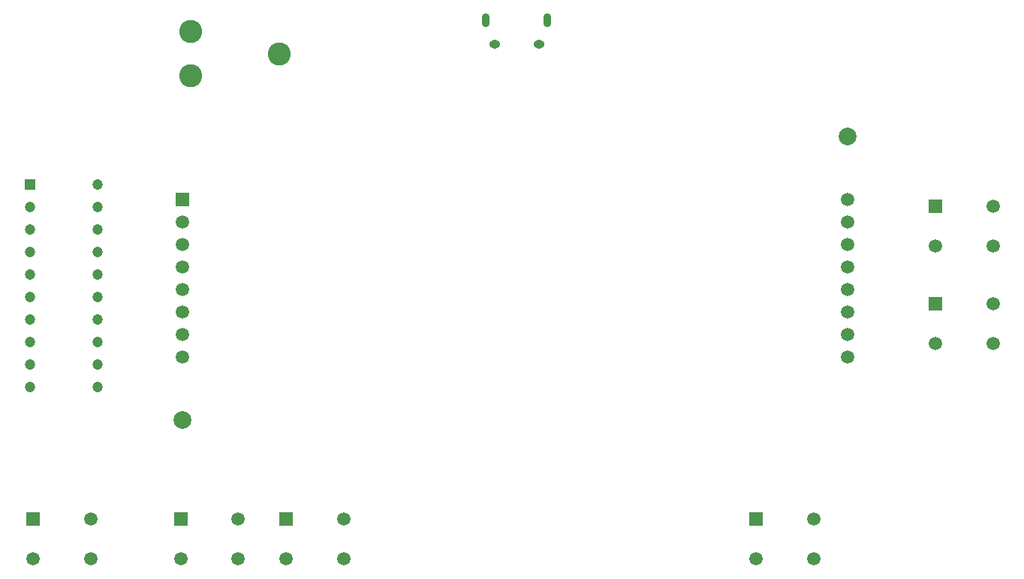
<source format=gbs>
G04 #@! TF.GenerationSoftware,KiCad,Pcbnew,(7.0.0)*
G04 #@! TF.CreationDate,2023-04-17T23:01:26-07:00*
G04 #@! TF.ProjectId,msp-debugger,6d73702d-6465-4627-9567-6765722e6b69,rev?*
G04 #@! TF.SameCoordinates,Original*
G04 #@! TF.FileFunction,Soldermask,Bot*
G04 #@! TF.FilePolarity,Negative*
%FSLAX46Y46*%
G04 Gerber Fmt 4.6, Leading zero omitted, Abs format (unit mm)*
G04 Created by KiCad (PCBNEW (7.0.0)) date 2023-04-17 23:01:26*
%MOMM*%
%LPD*%
G01*
G04 APERTURE LIST*
%ADD10R,1.508000X1.508000*%
%ADD11C,1.508000*%
%ADD12O,0.890000X1.550000*%
%ADD13O,1.250000X0.950000*%
%ADD14C,2.600000*%
%ADD15C,2.000000*%
%ADD16R,1.500000X1.500000*%
%ADD17C,1.500000*%
%ADD18R,1.200000X1.200000*%
%ADD19C,1.200000*%
G04 APERTURE END LIST*
D10*
X187249999Y-80749999D03*
D11*
X187250000Y-85250000D03*
X193750000Y-80750000D03*
X193750000Y-85250000D03*
D10*
X113999999Y-115999999D03*
D11*
X114000000Y-120500000D03*
X120500000Y-116000000D03*
X120500000Y-120500000D03*
D10*
X102109999Y-115999999D03*
D11*
X102110000Y-120500000D03*
X108610000Y-116000000D03*
X108610000Y-120500000D03*
D12*
X143499999Y-59749999D03*
D13*
X142499999Y-62449999D03*
X137499999Y-62449999D03*
D12*
X136499999Y-59749999D03*
D10*
X85499999Y-115999999D03*
D11*
X85500000Y-120500000D03*
X92000000Y-116000000D03*
X92000000Y-120500000D03*
D14*
X103250000Y-61040000D03*
X113250000Y-63540000D03*
X103250000Y-66040000D03*
D15*
X102342500Y-104900000D03*
X177342500Y-72900000D03*
D16*
X102342499Y-80009999D03*
D17*
X102342500Y-82550000D03*
X102342500Y-85090000D03*
X102342500Y-87630000D03*
X102342500Y-90170000D03*
X102342500Y-92710000D03*
X102342500Y-95250000D03*
X102342500Y-97790000D03*
X177342500Y-80010000D03*
X177342500Y-82550000D03*
X177342500Y-85090000D03*
X177342500Y-87630000D03*
X177342500Y-90170000D03*
X177342500Y-92710000D03*
X177342500Y-95250000D03*
X177342500Y-97790000D03*
D18*
X85089999Y-78289999D03*
D19*
X85090000Y-80830000D03*
X85090000Y-83370000D03*
X85090000Y-85910000D03*
X85090000Y-88450000D03*
X85090000Y-90990000D03*
X85090000Y-93530000D03*
X85090000Y-96070000D03*
X85090000Y-98610000D03*
X85090000Y-101150000D03*
X92710000Y-101150000D03*
X92710000Y-98610000D03*
X92710000Y-96070000D03*
X92710000Y-93530000D03*
X92710000Y-90990000D03*
X92710000Y-88450000D03*
X92710000Y-85910000D03*
X92710000Y-83370000D03*
X92710000Y-80830000D03*
X92710000Y-78290000D03*
D10*
X166999999Y-115999999D03*
D11*
X167000000Y-120500000D03*
X173500000Y-116000000D03*
X173500000Y-120500000D03*
D10*
X187249999Y-91729999D03*
D11*
X187250000Y-96230000D03*
X193750000Y-91730000D03*
X193750000Y-96230000D03*
M02*

</source>
